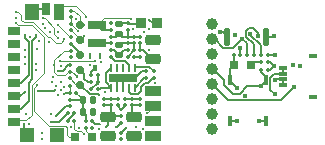
<source format=gbr>
%TF.GenerationSoftware,KiCad,Pcbnew,(7.0.0)*%
%TF.CreationDate,2023-08-10T15:11:27-07:00*%
%TF.ProjectId,Miniscope-v4-Wire-Free,4d696e69-7363-46f7-9065-2d76342d5769,rev?*%
%TF.SameCoordinates,Original*%
%TF.FileFunction,Copper,L1,Top*%
%TF.FilePolarity,Positive*%
%FSLAX46Y46*%
G04 Gerber Fmt 4.6, Leading zero omitted, Abs format (unit mm)*
G04 Created by KiCad (PCBNEW (7.0.0)) date 2023-08-10 15:11:27*
%MOMM*%
%LPD*%
G01*
G04 APERTURE LIST*
G04 Aperture macros list*
%AMRoundRect*
0 Rectangle with rounded corners*
0 $1 Rounding radius*
0 $2 $3 $4 $5 $6 $7 $8 $9 X,Y pos of 4 corners*
0 Add a 4 corners polygon primitive as box body*
4,1,4,$2,$3,$4,$5,$6,$7,$8,$9,$2,$3,0*
0 Add four circle primitives for the rounded corners*
1,1,$1+$1,$2,$3*
1,1,$1+$1,$4,$5*
1,1,$1+$1,$6,$7*
1,1,$1+$1,$8,$9*
0 Add four rect primitives between the rounded corners*
20,1,$1+$1,$2,$3,$4,$5,0*
20,1,$1+$1,$4,$5,$6,$7,0*
20,1,$1+$1,$6,$7,$8,$9,0*
20,1,$1+$1,$8,$9,$2,$3,0*%
G04 Aperture macros list end*
%TA.AperFunction,SMDPad,CuDef*%
%ADD10R,1.200000X1.150000*%
%TD*%
%TA.AperFunction,SMDPad,CuDef*%
%ADD11R,1.200000X1.450000*%
%TD*%
%TA.AperFunction,SMDPad,CuDef*%
%ADD12R,0.700000X1.000000*%
%TD*%
%TA.AperFunction,SMDPad,CuDef*%
%ADD13R,0.900000X1.400000*%
%TD*%
%TA.AperFunction,SMDPad,CuDef*%
%ADD14R,1.000000X0.700000*%
%TD*%
%TA.AperFunction,SMDPad,CuDef*%
%ADD15R,1.320800X0.812800*%
%TD*%
%TA.AperFunction,SMDPad,CuDef*%
%ADD16RoundRect,0.145000X0.145000X0.170000X-0.145000X0.170000X-0.145000X-0.170000X0.145000X-0.170000X0*%
%TD*%
%TA.AperFunction,SMDPad,CuDef*%
%ADD17RoundRect,0.077500X0.092500X-0.077500X0.092500X0.077500X-0.092500X0.077500X-0.092500X-0.077500X0*%
%TD*%
%TA.AperFunction,SMDPad,CuDef*%
%ADD18RoundRect,0.077500X-0.077500X-0.092500X0.077500X-0.092500X0.077500X0.092500X-0.077500X0.092500X0*%
%TD*%
%TA.AperFunction,SMDPad,CuDef*%
%ADD19RoundRect,0.077500X-0.092500X0.077500X-0.092500X-0.077500X0.092500X-0.077500X0.092500X0.077500X0*%
%TD*%
%TA.AperFunction,SMDPad,CuDef*%
%ADD20RoundRect,0.077500X0.077500X0.092500X-0.077500X0.092500X-0.077500X-0.092500X0.077500X-0.092500X0*%
%TD*%
%TA.AperFunction,SMDPad,CuDef*%
%ADD21RoundRect,0.232500X0.427500X-0.232500X0.427500X0.232500X-0.427500X0.232500X-0.427500X-0.232500X0*%
%TD*%
%TA.AperFunction,SMDPad,CuDef*%
%ADD22RoundRect,0.145000X-0.170000X0.145000X-0.170000X-0.145000X0.170000X-0.145000X0.170000X0.145000X0*%
%TD*%
%TA.AperFunction,SMDPad,CuDef*%
%ADD23RoundRect,0.222500X0.222500X0.237500X-0.222500X0.237500X-0.222500X-0.237500X0.222500X-0.237500X0*%
%TD*%
%TA.AperFunction,SMDPad,CuDef*%
%ADD24R,1.500000X0.800000*%
%TD*%
%TA.AperFunction,SMDPad,CuDef*%
%ADD25R,0.270000X0.640000*%
%TD*%
%TA.AperFunction,SMDPad,CuDef*%
%ADD26R,2.390000X0.640000*%
%TD*%
%TA.AperFunction,SMDPad,CuDef*%
%ADD27R,0.210000X0.490000*%
%TD*%
%TA.AperFunction,SMDPad,CuDef*%
%ADD28R,0.300000X0.490000*%
%TD*%
%TA.AperFunction,SMDPad,CuDef*%
%ADD29C,0.700000*%
%TD*%
%TA.AperFunction,ComponentPad*%
%ADD30C,1.000000*%
%TD*%
%TA.AperFunction,SMDPad,CuDef*%
%ADD31R,0.800000X0.300000*%
%TD*%
%TA.AperFunction,SMDPad,CuDef*%
%ADD32R,0.800000X0.400000*%
%TD*%
%TA.AperFunction,SMDPad,CuDef*%
%ADD33R,0.370000X0.810000*%
%TD*%
%TA.AperFunction,SMDPad,CuDef*%
%ADD34RoundRect,0.137500X0.137500X0.612500X-0.137500X0.612500X-0.137500X-0.612500X0.137500X-0.612500X0*%
%TD*%
%TA.AperFunction,SMDPad,CuDef*%
%ADD35R,0.800000X0.800000*%
%TD*%
%TA.AperFunction,SMDPad,CuDef*%
%ADD36R,0.770000X0.710000*%
%TD*%
%TA.AperFunction,ViaPad*%
%ADD37C,0.304800*%
%TD*%
%TA.AperFunction,ViaPad*%
%ADD38C,0.400000*%
%TD*%
%TA.AperFunction,ViaPad*%
%ADD39C,0.254000*%
%TD*%
%TA.AperFunction,Conductor*%
%ADD40C,0.152400*%
%TD*%
%TA.AperFunction,Conductor*%
%ADD41C,0.101600*%
%TD*%
%TA.AperFunction,Conductor*%
%ADD42C,0.076200*%
%TD*%
%TA.AperFunction,Conductor*%
%ADD43C,0.203200*%
%TD*%
G04 APERTURE END LIST*
D10*
%TO.P,J1,G1,GND*%
%TO.N,GND*%
X81299999Y-69424999D03*
%TO.P,J1,G2,GND*%
X83889999Y-69424999D03*
D11*
%TO.P,J1,G3,GND*%
X81739999Y-59024999D03*
D12*
%TO.P,J1,G4,POL*%
X82889999Y-58799999D03*
D13*
%TO.P,J1,G5,DET*%
%TO.N,/SD_DET*%
X84039999Y-58999999D03*
D14*
%TO.P,J1,P1,DAT2*%
%TO.N,/SD_DAT2*%
X80249999Y-60649999D03*
%TO.P,J1,P2,CD/DAT3*%
%TO.N,/SD_DAT3*%
X80249999Y-61749999D03*
%TO.P,J1,P3,CMD*%
%TO.N,/SD_CMD*%
X80249999Y-62849999D03*
%TO.P,J1,P4,VDD*%
%TO.N,+3V3*%
X80249999Y-63949999D03*
%TO.P,J1,P5,CLK*%
%TO.N,/SD_CLK*%
X80249999Y-65049999D03*
%TO.P,J1,P6,VSS*%
%TO.N,GND*%
X80249999Y-66149999D03*
%TO.P,J1,P7,DAT0*%
%TO.N,/SD_DAT0*%
X80249999Y-67249999D03*
%TO.P,J1,P8,DAT1*%
%TO.N,/SD_DAT1*%
X80249999Y-68349999D03*
%TD*%
D15*
%TO.P,J2,4,Pin_4*%
%TO.N,/USB_VBUS*%
X91972999Y-65766899D03*
%TO.P,J2,3,Pin_3*%
%TO.N,/UART_TX*%
X91972999Y-67036899D03*
%TO.P,J2,2,Pin_2*%
%TO.N,/UART_RX*%
X91972999Y-68306899D03*
%TO.P,J2,1,Pin_1*%
%TO.N,GND*%
X91972999Y-69576899D03*
%TD*%
D16*
%TO.P,C2,1*%
%TO.N,VDC*%
X86933200Y-67468000D03*
%TO.P,C2,2*%
%TO.N,GND*%
X86043200Y-67468000D03*
%TD*%
D17*
%TO.P,C3,1*%
%TO.N,+1V8*%
X87807400Y-66918200D03*
%TO.P,C3,2*%
%TO.N,Net-(U1-FB1)*%
X87807400Y-66368200D03*
%TD*%
%TO.P,C4,1*%
%TO.N,+3V3*%
X90857000Y-66917500D03*
%TO.P,C4,2*%
%TO.N,Net-(U1-FB2)*%
X90857000Y-66367500D03*
%TD*%
%TO.P,C5,1*%
%TO.N,VDC*%
X89307600Y-69800400D03*
%TO.P,C5,2*%
%TO.N,GND*%
X89307600Y-69250400D03*
%TD*%
D18*
%TO.P,C12,1*%
%TO.N,+3V3*%
X98807800Y-62671200D03*
%TO.P,C12,2*%
%TO.N,GND*%
X99357800Y-62671200D03*
%TD*%
D17*
%TO.P,C13,1*%
%TO.N,+3V3*%
X91424700Y-64614800D03*
%TO.P,C13,2*%
%TO.N,GND*%
X91424700Y-64064800D03*
%TD*%
%TO.P,C17,1*%
%TO.N,Net-(U3-eCPO)*%
X88418600Y-62840800D03*
%TO.P,C17,2*%
%TO.N,GND*%
X88418600Y-62290800D03*
%TD*%
%TO.P,C42,1*%
%TO.N,/VDD_PIX*%
X84950000Y-64105000D03*
%TO.P,C42,2*%
%TO.N,GND*%
X84950000Y-63555000D03*
%TD*%
D18*
%TO.P,C43,1*%
%TO.N,+1V8*%
X84960000Y-65870000D03*
%TO.P,C43,2*%
%TO.N,GND*%
X85510000Y-65870000D03*
%TD*%
D19*
%TO.P,C45,1*%
%TO.N,/VDD_PIX*%
X85038800Y-62316200D03*
%TO.P,C45,2*%
%TO.N,GND*%
X85038800Y-62866200D03*
%TD*%
D17*
%TO.P,C46,1*%
%TO.N,+1V8*%
X85013400Y-61723200D03*
%TO.P,C46,2*%
%TO.N,GND*%
X85013400Y-61173200D03*
%TD*%
%TO.P,C47,1*%
%TO.N,+3V3*%
X84962600Y-67006400D03*
%TO.P,C47,2*%
%TO.N,GND*%
X84962600Y-66456400D03*
%TD*%
D20*
%TO.P,R1,1*%
%TO.N,Net-(U1-PROG)*%
X86861000Y-68230000D03*
%TO.P,R1,2*%
%TO.N,GND*%
X86311000Y-68230000D03*
%TD*%
D18*
%TO.P,R2,1*%
%TO.N,Net-(D2-A)*%
X86311000Y-68843400D03*
%TO.P,R2,2*%
%TO.N,VDC*%
X86861000Y-68843400D03*
%TD*%
D17*
%TO.P,R3,1*%
%TO.N,+1V8*%
X88418600Y-66917500D03*
%TO.P,R3,2*%
%TO.N,Net-(U1-FB1)*%
X88418600Y-66367500D03*
%TD*%
%TO.P,R5,1*%
%TO.N,GND*%
X89026600Y-66917500D03*
%TO.P,R5,2*%
%TO.N,Net-(U1-FB1)*%
X89026600Y-66367500D03*
%TD*%
%TO.P,R6,1*%
%TO.N,GND*%
X89637800Y-66917500D03*
%TO.P,R6,2*%
%TO.N,Net-(U1-FB2)*%
X89637800Y-66367500D03*
%TD*%
D20*
%TO.P,R7,1*%
%TO.N,+1V8*%
X101699000Y-62671200D03*
%TO.P,R7,2*%
%TO.N,/I2C_BB_SDA*%
X101149000Y-62671200D03*
%TD*%
D21*
%TO.P,L2,1*%
%TO.N,Net-(U1-SW2)*%
X90374400Y-69532600D03*
%TO.P,L2,2*%
%TO.N,+3V3*%
X90374400Y-67892600D03*
%TD*%
D17*
%TO.P,C18,1*%
%TO.N,/XIN32*%
X88418600Y-61702200D03*
%TO.P,C18,2*%
%TO.N,GND*%
X88418600Y-61152200D03*
%TD*%
%TO.P,C23,1*%
%TO.N,/VDDCORE*%
X90907800Y-61697800D03*
%TO.P,C23,2*%
%TO.N,GND*%
X90907800Y-61147800D03*
%TD*%
D19*
%TO.P,C29,1*%
%TO.N,/VDDCORE*%
X90907800Y-62290800D03*
%TO.P,C29,2*%
%TO.N,GND*%
X90907800Y-62840800D03*
%TD*%
D17*
%TO.P,C19,1*%
%TO.N,+1V8*%
X90374400Y-61697800D03*
%TO.P,C19,2*%
%TO.N,GND*%
X90374400Y-61147800D03*
%TD*%
%TO.P,C22,1*%
%TO.N,+1V8*%
X89841000Y-62840800D03*
%TO.P,C22,2*%
%TO.N,GND*%
X89841000Y-62290800D03*
%TD*%
D19*
%TO.P,C25,1*%
%TO.N,+1V8*%
X90374400Y-62290800D03*
%TO.P,C25,2*%
%TO.N,GND*%
X90374400Y-62840800D03*
%TD*%
D22*
%TO.P,C26,1*%
%TO.N,/VDDA*%
X89129800Y-60025800D03*
%TO.P,C26,2*%
%TO.N,GND*%
X89129800Y-60915800D03*
%TD*%
D17*
%TO.P,C28,1*%
%TO.N,+1V8*%
X89841000Y-61697800D03*
%TO.P,C28,2*%
%TO.N,GND*%
X89841000Y-61147800D03*
%TD*%
D22*
%TO.P,C35,1*%
%TO.N,+1V8*%
X89129800Y-61816000D03*
%TO.P,C35,2*%
%TO.N,GND*%
X89129800Y-62706000D03*
%TD*%
D23*
%TO.P,L3,1*%
%TO.N,+1V8*%
X92293400Y-59988400D03*
%TO.P,L3,2*%
%TO.N,/VDDA*%
X90963400Y-59988400D03*
%TD*%
D17*
%TO.P,R11,1*%
%TO.N,+1V8*%
X85013400Y-59460760D03*
%TO.P,R11,2*%
%TO.N,/SWCLK*%
X85013400Y-58910760D03*
%TD*%
D19*
%TO.P,R12,1*%
%TO.N,+1V8*%
X85008320Y-60043600D03*
%TO.P,R12,2*%
%TO.N,/SWDIO*%
X85008320Y-60593600D03*
%TD*%
D20*
%TO.P,R13,1*%
%TO.N,/BAT+*%
X85337000Y-68230000D03*
%TO.P,R13,2*%
%TO.N,/ADC0*%
X84787000Y-68230000D03*
%TD*%
%TO.P,R14,1*%
%TO.N,/ADC0*%
X85340800Y-67620400D03*
%TO.P,R14,2*%
%TO.N,GND*%
X84790800Y-67620400D03*
%TD*%
D24*
%TO.P,Y2,1,1*%
%TO.N,/XIN32*%
X87250199Y-61664799D03*
%TO.P,Y2,2,2*%
%TO.N,/XOUT32*%
X87250199Y-60164799D03*
%TD*%
D21*
%TO.P,L5,1*%
%TO.N,/VDDCORE*%
X91988240Y-63028360D03*
%TO.P,L5,2*%
%TO.N,Net-(U6B-VSW)*%
X91988240Y-61388360D03*
%TD*%
D17*
%TO.P,C20,1*%
%TO.N,/XOUT32*%
X88418600Y-60559200D03*
%TO.P,C20,2*%
%TO.N,GND*%
X88418600Y-60009200D03*
%TD*%
D16*
%TO.P,C1,1*%
%TO.N,/USB_VBUS*%
X86933200Y-66502800D03*
%TO.P,C1,2*%
%TO.N,GND*%
X86043200Y-66502800D03*
%TD*%
D17*
%TO.P,R4,1*%
%TO.N,+3V3*%
X90247400Y-66917500D03*
%TO.P,R4,2*%
%TO.N,Net-(U1-FB2)*%
X90247400Y-66367500D03*
%TD*%
D25*
%TO.P,U3,1,CP*%
%TO.N,Net-(U3-CP)*%
X90434599Y-63757799D03*
%TO.P,U3,2,eCPO*%
%TO.N,Net-(U3-eCPO)*%
X89934599Y-63757799D03*
%TO.P,U3,3,I_LED*%
%TO.N,/I_LED*%
X89434599Y-63757799D03*
%TO.P,U3,4,ENT*%
%TO.N,/ENT*%
X88934599Y-63757799D03*
%TO.P,U3,5,I_SETT*%
%TO.N,/I_SET*%
X88434599Y-63757799D03*
%TO.P,U3,6,I_SETF*%
X88434599Y-65437799D03*
%TO.P,U3,7,ENF*%
%TO.N,GND*%
X88934599Y-65437799D03*
%TO.P,U3,8,GND*%
X89434599Y-65437799D03*
%TO.P,U3,9,CM*%
%TO.N,Net-(U3-CM)*%
X89934599Y-65437799D03*
%TO.P,U3,10,VIN*%
%TO.N,+3V3*%
X90434599Y-65437799D03*
D26*
%TO.P,U3,11,GND*%
%TO.N,GND*%
X89434599Y-64597799D03*
%TD*%
D27*
%TO.P,Q1,1,G*%
%TO.N,/LED_PWM*%
X87472399Y-62746599D03*
%TO.P,Q1,2,S*%
%TO.N,GND*%
X86672399Y-62746599D03*
D28*
%TO.P,Q1,3,D*%
%TO.N,Net-(Q1-D)*%
X87072399Y-63756599D03*
%TD*%
D20*
%TO.P,C14,1*%
%TO.N,Net-(C14-Pad1)*%
X87305500Y-65000200D03*
%TO.P,C14,2*%
%TO.N,GND*%
X86755500Y-65000200D03*
%TD*%
%TO.P,R10,1*%
%TO.N,/I_SET*%
X87318200Y-65584400D03*
%TO.P,R10,2*%
%TO.N,Net-(C14-Pad1)*%
X86768200Y-65584400D03*
%TD*%
%TO.P,R9,1*%
%TO.N,Net-(C14-Pad1)*%
X87305500Y-64403300D03*
%TO.P,R9,2*%
%TO.N,Net-(Q1-D)*%
X86755500Y-64403300D03*
%TD*%
D21*
%TO.P,L1,1*%
%TO.N,Net-(U1-SW1)*%
X88215400Y-69532600D03*
%TO.P,L1,2*%
%TO.N,+1V8*%
X88215400Y-67892600D03*
%TD*%
D29*
%TO.P,J5,1,Pin_1*%
%TO.N,GND*%
X85828800Y-63911800D03*
%TD*%
%TO.P,J7,1,Pin_1*%
%TO.N,/SWCLK*%
X85828800Y-60101800D03*
%TD*%
%TO.P,J6,1,Pin_1*%
%TO.N,+1V8*%
X85828800Y-62641800D03*
%TD*%
%TO.P,J8,1,Pin_1*%
%TO.N,/nRESET*%
X85828800Y-65181800D03*
%TD*%
%TO.P,J4,1,Pin_1*%
%TO.N,/SWDIO*%
X85828800Y-61371800D03*
%TD*%
D30*
%TO.P,J21,1,Pin_1*%
%TO.N,+3V3*%
X97000000Y-60055000D03*
%TD*%
%TO.P,J22,1,Pin_1*%
%TO.N,/I2C_BB_SCL*%
X97000000Y-61325000D03*
%TD*%
%TO.P,J24,1,Pin_1*%
%TO.N,/IR_REC*%
X97000000Y-63865000D03*
%TD*%
%TO.P,J25,1,Pin_1*%
%TO.N,/I_LED*%
X97000000Y-65135000D03*
%TD*%
%TO.P,J26,1,Pin_1*%
%TO.N,+1V8*%
X97000000Y-66405000D03*
%TD*%
%TO.P,J27,1,Pin_1*%
%TO.N,/nON*%
X97000000Y-67675000D03*
%TD*%
D20*
%TO.P,R8,1*%
%TO.N,+1V8*%
X100500800Y-62671200D03*
%TO.P,R8,2*%
%TO.N,/I2C_BB_SCL*%
X99950800Y-62671200D03*
%TD*%
D30*
%TO.P,J23,1,Pin_1*%
%TO.N,/I2C_BB_SDA*%
X97000000Y-62595000D03*
%TD*%
D31*
%TO.P,J3,1,Pin_1*%
%TO.N,/EWL_2*%
X102999999Y-65249999D03*
%TO.P,J3,2,Pin_2*%
X102999999Y-64749999D03*
%TO.P,J3,3,Pin_3*%
%TO.N,/EWL_1*%
X102999999Y-64249999D03*
%TO.P,J3,4,Pin_4*%
X102999999Y-63749999D03*
D32*
%TO.P,J3,NA*%
%TO.N,N/C*%
X105499999Y-66249999D03*
X105499999Y-62749999D03*
%TD*%
D33*
%TO.P,U5,1,OUT*%
%TO.N,/IR_REC*%
X101547999Y-64796999D03*
%TO.P,U5,5,Vs*%
%TO.N,+3V3*%
X98547999Y-64796999D03*
%TO.P,U5,6,GND*%
%TO.N,GND*%
X98547999Y-68266999D03*
%TO.P,U5,8,GND*%
X101547999Y-68266999D03*
%TD*%
D18*
%TO.P,R15,1*%
%TO.N,/IR_REC*%
X101144600Y-63915800D03*
%TO.P,R15,2*%
%TO.N,GND*%
X101694600Y-63915800D03*
%TD*%
D30*
%TO.P,J12,1,Pin_1*%
%TO.N,GND*%
X97000000Y-68945000D03*
%TD*%
D20*
%TO.P,R18,1*%
%TO.N,GND*%
X101694600Y-63300000D03*
%TO.P,R18,2*%
%TO.N,Net-(D3-K)*%
X101144600Y-63300000D03*
%TD*%
D34*
%TO.P,SW1,1,1*%
%TO.N,GND*%
X101546000Y-61121800D03*
%TO.P,SW1,2,2*%
%TO.N,/nON*%
X98296000Y-61121800D03*
%TD*%
D35*
%TO.P,D3,1,K*%
%TO.N,Net-(D3-K)*%
X100269999Y-63560199D03*
%TO.P,D3,2,A*%
%TO.N,+3V3*%
X98809999Y-63560199D03*
%TD*%
D36*
%TO.P,D2,2,A*%
%TO.N,Net-(D2-A)*%
X86858799Y-69648399D03*
%TO.P,D2,1,K*%
%TO.N,Net-(D2-K)*%
X85398799Y-69648399D03*
%TD*%
D19*
%TO.P,C24,1*%
%TO.N,/VDDA*%
X89841000Y-60000400D03*
%TO.P,C24,2*%
%TO.N,GND*%
X89841000Y-60550400D03*
%TD*%
%TO.P,C15,1*%
%TO.N,Net-(U3-CP)*%
X92047000Y-64064800D03*
%TO.P,C15,2*%
%TO.N,Net-(U3-CM)*%
X92047000Y-64614800D03*
%TD*%
D17*
%TO.P,R20,1*%
%TO.N,/nCHRG*%
X89303800Y-68424800D03*
%TO.P,R20,2*%
%TO.N,+1V8*%
X89303800Y-67874800D03*
%TD*%
%TO.P,R22,1*%
%TO.N,+1V8*%
X84960000Y-65290000D03*
%TO.P,R22,2*%
%TO.N,/nRESET*%
X84960000Y-64650000D03*
%TD*%
D37*
%TO.N,Net-(U1-FB1)*%
X87808100Y-66367500D03*
%TO.N,Net-(U1-FB2)*%
X90857000Y-66367500D03*
%TO.N,Net-(D2-K)*%
X82191800Y-65254200D03*
%TO.N,Net-(U1-SW1)*%
X87945402Y-69462600D03*
%TO.N,Net-(U1-SW2)*%
X90614100Y-69513400D03*
%TO.N,Net-(U6B-VSW)*%
X91615200Y-61410790D03*
%TO.N,Net-(U1-PROG)*%
X87449600Y-68480000D03*
%TO.N,GND*%
X81051000Y-68497400D03*
X83349700Y-68357700D03*
X85474133Y-59612893D03*
X81114500Y-65779600D03*
X92060200Y-69335600D03*
D38*
X99140000Y-68270000D03*
X102200000Y-63590000D03*
D37*
X83957611Y-64010396D03*
D38*
X103820000Y-63550000D03*
X100980000Y-68300000D03*
D39*
X89850400Y-62299800D03*
D37*
X83210000Y-61537800D03*
D38*
X102210000Y-61070000D03*
X99819400Y-66125600D03*
D37*
X81571700Y-61131400D03*
D39*
X86672400Y-62754000D03*
D37*
X83556203Y-64504598D03*
D39*
X89698000Y-68853000D03*
D37*
X86446800Y-64941400D03*
X83932200Y-66033600D03*
D38*
X99370000Y-62120000D03*
X104410000Y-63580000D03*
D37*
X86131000Y-67544900D03*
X82625800Y-69275800D03*
X85032200Y-68810200D03*
D39*
X85049800Y-62858600D03*
D37*
X82090200Y-63476200D03*
X91615200Y-69707000D03*
X83946500Y-60170600D03*
D39*
X90907800Y-62840800D03*
D37*
X88417000Y-59963000D03*
X83819600Y-69551500D03*
X81889200Y-58464400D03*
X85722400Y-68835600D03*
X81127200Y-62274400D03*
D39*
X89129800Y-60915800D03*
D37*
X89318700Y-67316300D03*
X90282200Y-64535000D03*
X82079700Y-63988900D03*
%TO.N,/SD_DAT2*%
X79844500Y-60890100D03*
%TO.N,/SD_DAT3*%
X80187400Y-61741000D03*
%TO.N,/SD_DAT0*%
X82067000Y-61017100D03*
%TO.N,/SD_CMD*%
X79971500Y-62769700D03*
%TO.N,/SD_CLK*%
X81130607Y-61000993D03*
%TO.N,/SD_DAT1*%
X80352500Y-59937600D03*
D39*
%TO.N,/USB_VBUS*%
X91983500Y-65774900D03*
D37*
X86933200Y-66502800D03*
%TO.N,/SWCLK*%
X86154200Y-60123400D03*
%TO.N,/SWDIO*%
X86116600Y-61029800D03*
%TO.N,+1V8*%
X91676198Y-62223610D03*
D38*
X100860800Y-61045600D03*
D37*
X81508200Y-68522800D03*
X81114500Y-63447200D03*
X82706100Y-60017900D03*
X91676174Y-59683600D03*
X84465600Y-66006475D03*
X84160800Y-63595200D03*
X88021597Y-68785053D03*
X82143200Y-62210900D03*
D39*
X90374400Y-61697800D03*
X85828800Y-62641800D03*
D37*
X91145275Y-68904400D03*
D38*
X102350000Y-62640000D03*
D37*
X85664425Y-60683005D03*
X87920000Y-65805000D03*
%TO.N,/SPI1_MOSI*%
X83451300Y-64966800D03*
%TO.N,/SPI1_MISO*%
X83787717Y-65298375D03*
%TO.N,/SDMMC1_D0*%
X82884880Y-60430360D03*
%TO.N,/SDMMC1_D1*%
X83982160Y-61273640D03*
X82675813Y-59581213D03*
%TO.N,/SDMMC1_D3*%
X80365202Y-59074000D03*
X84454600Y-61359968D03*
%TO.N,/SDMMC1_CMD*%
X80377900Y-59505800D03*
%TO.N,/SDMMC1_CK*%
X82346400Y-61461600D03*
%TO.N,+3V3*%
X83946500Y-60720600D03*
X81216100Y-67684600D03*
D38*
X99133600Y-65490600D03*
D37*
X80035000Y-63950800D03*
X81114500Y-62833200D03*
X91424700Y-64644610D03*
D39*
X90434600Y-65576400D03*
X90079000Y-67913200D03*
D37*
X83792000Y-67802000D03*
X82259295Y-65741708D03*
X83311500Y-60720600D03*
D38*
X98930400Y-61020200D03*
D37*
X83652687Y-65681699D03*
D38*
%TO.N,/EWL_1*%
X102300000Y-65990000D03*
%TO.N,/EWL_2*%
X102299996Y-64770000D03*
D39*
%TO.N,/LED_PWM*%
X87472400Y-62746600D03*
D37*
X91245317Y-60771100D03*
%TO.N,VDC*%
X89307600Y-69800400D03*
X82625800Y-69830900D03*
X87043200Y-67349700D03*
D39*
X86861000Y-68843400D03*
D37*
%TO.N,/ENT*%
X90290855Y-60437692D03*
D39*
X88936000Y-63747600D03*
D37*
%TO.N,/VDD_PIX*%
X85546000Y-64489600D03*
X83627400Y-63519002D03*
%TO.N,/VDDA*%
X89129800Y-60025800D03*
%TO.N,/RESET_N*%
X84480000Y-65346075D03*
X86614267Y-63531700D03*
%TO.N,/TRIGGER0*%
X84165513Y-65676275D03*
X87550000Y-63250000D03*
%TO.N,/MONITOR0*%
X83330000Y-67690000D03*
%TO.N,/BAT+*%
X86125873Y-69346527D03*
D38*
%TO.N,/IR_REC*%
X101110000Y-65340000D03*
D37*
%TO.N,/XIN32*%
X91628400Y-60466300D03*
D39*
X88418600Y-61702200D03*
D37*
%TO.N,/XOUT32*%
X90167400Y-59640800D03*
%TO.N,/VDDCORE*%
X91589800Y-62993600D03*
%TO.N,/nRESET*%
X87437400Y-66084400D03*
%TO.N,/CLK1_OUT*%
X84150000Y-63150000D03*
X87058100Y-63224392D03*
%TO.N,/ADC0*%
X90536200Y-68776800D03*
D39*
X85340800Y-67650200D03*
D37*
%TO.N,/PCC_DATA7*%
X84175200Y-65002360D03*
D38*
%TO.N,/I2C_BB_SDA*%
X100238009Y-60867800D03*
%TO.N,/I2C_BB_SCL*%
X99565419Y-61285419D03*
D39*
%TO.N,/I_LED*%
X89443500Y-63730200D03*
D38*
X103900000Y-65410000D03*
D37*
X92123196Y-65025600D03*
%TO.N,/UART_RX*%
X91704600Y-68319600D03*
%TO.N,/UART_TX*%
X91441871Y-67629458D03*
%TO.N,/SD_DET*%
X86281200Y-59488402D03*
D38*
%TO.N,/nON*%
X97700000Y-60740000D03*
D37*
%TO.N,/nCHRG*%
X88872000Y-68810200D03*
X87398800Y-68962600D03*
%TD*%
D40*
%TO.N,Net-(U1-FB1)*%
X87808100Y-66367500D02*
X87807400Y-66368200D01*
X88418600Y-66367500D02*
X87808100Y-66367500D01*
X88418600Y-66367500D02*
X89026600Y-66367500D01*
X87808100Y-66367500D02*
X87808100Y-66367500D01*
%TO.N,Net-(U1-FB2)*%
X90247400Y-66367500D02*
X89637800Y-66367500D01*
X90247400Y-66367500D02*
X90857000Y-66367500D01*
%TO.N,Net-(U3-CP)*%
X91679000Y-63696800D02*
X92047000Y-64064800D01*
X90434600Y-63757800D02*
X90495600Y-63696800D01*
X90495600Y-63696800D02*
X91679000Y-63696800D01*
%TO.N,Net-(U3-CM)*%
X89934600Y-65787600D02*
X89934600Y-65437800D01*
X90992900Y-65360158D02*
X90992900Y-65754700D01*
X90137800Y-65990800D02*
X89934600Y-65787600D01*
X91591702Y-65043000D02*
X91310058Y-65043000D01*
X92047000Y-64614800D02*
X92019902Y-64614800D01*
X90756800Y-65990800D02*
X90137800Y-65990800D01*
X91310058Y-65043000D02*
X90992900Y-65360158D01*
X90992900Y-65754700D02*
X90756800Y-65990800D01*
X92019902Y-64614800D02*
X91591702Y-65043000D01*
%TO.N,Net-(U3-eCPO)*%
X89653342Y-63201500D02*
X88779300Y-63201500D01*
X89934600Y-63482758D02*
X89653342Y-63201500D01*
X89934600Y-63757800D02*
X89934600Y-63482758D01*
X88779300Y-63201500D02*
X88418600Y-62840800D01*
D41*
%TO.N,Net-(D2-K)*%
X83196573Y-68669105D02*
X81954494Y-67427026D01*
X84565305Y-68669105D02*
X83196573Y-68669105D01*
X84909600Y-69648400D02*
X85398800Y-69648400D01*
X84681000Y-68784800D02*
X84681000Y-69419800D01*
X81954494Y-65491506D02*
X82191800Y-65254200D01*
X84565305Y-68669105D02*
X84681000Y-68784800D01*
X81954494Y-67427026D02*
X81954494Y-65491506D01*
X85398800Y-69648400D02*
X85398800Y-69502600D01*
X84681000Y-69419800D02*
X84909600Y-69648400D01*
%TO.N,Net-(D2-A)*%
X86311000Y-68843400D02*
X86311000Y-69100600D01*
X86311000Y-69100600D02*
X86858800Y-69648400D01*
X86311000Y-68843400D02*
X86203800Y-68843400D01*
D40*
%TO.N,Net-(D3-K)*%
X100530200Y-63300000D02*
X100270000Y-63560200D01*
X101144600Y-63300000D02*
X100530200Y-63300000D01*
%TO.N,Net-(U1-SW1)*%
X87877400Y-69532600D02*
X87870900Y-69526100D01*
X88215400Y-69532600D02*
X87877400Y-69532600D01*
%TO.N,Net-(Q1-D)*%
X86745000Y-64458800D02*
X86745000Y-64084000D01*
X86745000Y-64084000D02*
X87072400Y-63756600D01*
%TO.N,Net-(U1-PROG)*%
X87111000Y-68480000D02*
X86861000Y-68230000D01*
X87462300Y-68480000D02*
X87111000Y-68480000D01*
%TO.N,GND*%
X81051000Y-69176000D02*
X81051000Y-68497400D01*
D41*
X85013400Y-61173200D02*
X84949100Y-61173200D01*
D40*
X89841000Y-62290800D02*
X89841400Y-62290800D01*
X99357800Y-62671200D02*
X99357800Y-62132200D01*
X84962600Y-66456400D02*
X85996800Y-66456400D01*
X101548000Y-68267000D02*
X101013000Y-68267000D01*
X81300000Y-69425000D02*
X81051000Y-69176000D01*
X101874200Y-63915800D02*
X102200000Y-63590000D01*
X84053500Y-68357700D02*
X83349700Y-68357700D01*
X86755500Y-65000200D02*
X86755500Y-64996100D01*
D42*
X85510000Y-65870000D02*
X86043200Y-66403200D01*
D40*
X86311000Y-67735800D02*
X86043200Y-67468000D01*
X99357800Y-62132200D02*
X99370000Y-62120000D01*
X84369604Y-64010396D02*
X84825000Y-63555000D01*
X80744100Y-66150000D02*
X81114500Y-65779600D01*
X90374600Y-64597800D02*
X90434100Y-64657300D01*
X85038800Y-62866200D02*
X85042200Y-62866200D01*
X89637800Y-66917500D02*
X89637800Y-66997200D01*
X86672400Y-62754000D02*
X86675400Y-62757000D01*
X89841000Y-61147800D02*
X89841000Y-60550400D01*
X89434600Y-65437800D02*
X89434600Y-64597800D01*
X91026600Y-64064800D02*
X90434100Y-64657300D01*
X89291600Y-69259400D02*
X89698000Y-68853000D01*
D41*
X86755500Y-65000200D02*
X86505600Y-65000200D01*
X89307600Y-69250400D02*
X89300600Y-69250400D01*
D40*
X88893400Y-61152200D02*
X89129800Y-60915800D01*
X86311000Y-68230000D02*
X86311000Y-67735800D01*
X84790800Y-67620400D02*
X84053500Y-68357700D01*
X81965000Y-58800000D02*
X81740000Y-59025000D01*
D42*
X86043200Y-66403200D02*
X86043200Y-66502800D01*
D40*
X82890000Y-58800000D02*
X81965000Y-58800000D01*
X80250000Y-66150000D02*
X80744100Y-66150000D01*
X85828800Y-63911800D02*
X86178799Y-64261799D01*
X101546000Y-61121800D02*
X102158200Y-61121800D01*
D41*
X86672400Y-62746600D02*
X86672400Y-62754000D01*
D40*
X88418600Y-62290800D02*
X88714600Y-62290800D01*
X89434600Y-64597800D02*
X90374600Y-64597800D01*
X85773400Y-63967200D02*
X85828800Y-63911800D01*
X84825000Y-63555000D02*
X84950000Y-63555000D01*
X88714600Y-62290800D02*
X89129800Y-62706000D01*
X98548000Y-68267000D02*
X99137000Y-68267000D01*
X86755500Y-64996100D02*
X86751600Y-64992200D01*
X89128900Y-64597800D02*
X89434600Y-64597800D01*
X101013000Y-68267000D02*
X100980000Y-68300000D01*
X88934600Y-65437800D02*
X88934600Y-64792100D01*
X85042200Y-62866200D02*
X85049800Y-62858600D01*
X90374400Y-62840800D02*
X90907800Y-62840800D01*
X89637800Y-66997200D02*
X89318700Y-67316300D01*
X89545000Y-62290800D02*
X89129800Y-62706000D01*
X84000807Y-63967200D02*
X83957611Y-64010396D01*
D41*
X84949100Y-61173200D02*
X83946500Y-60170600D01*
D40*
X89841000Y-61147800D02*
X89361800Y-61147800D01*
X91424700Y-64064800D02*
X91026600Y-64064800D01*
X99137000Y-68267000D02*
X99140000Y-68270000D01*
X86178799Y-64261799D02*
X86178799Y-64673399D01*
X88418600Y-61152200D02*
X88893400Y-61152200D01*
X86178799Y-64673399D02*
X86446800Y-64941400D01*
X89841400Y-62290800D02*
X89850400Y-62299800D01*
X101694600Y-63300000D02*
X101910000Y-63300000D01*
X101910000Y-63300000D02*
X102200000Y-63590000D01*
D41*
X86505600Y-65000200D02*
X86446800Y-64941400D01*
D40*
X85996800Y-66456400D02*
X86043200Y-66502800D01*
X102158200Y-61121800D02*
X102210000Y-61070000D01*
X90374400Y-61147800D02*
X89841000Y-61147800D01*
X101694600Y-63915800D02*
X101874200Y-63915800D01*
X83957611Y-64010396D02*
X84369604Y-64010396D01*
D41*
X89300600Y-69250400D02*
X89291600Y-69259400D01*
D40*
X90907800Y-61147800D02*
X90374400Y-61147800D01*
X89841000Y-62290800D02*
X89545000Y-62290800D01*
X89361800Y-61147800D02*
X89129800Y-60915800D01*
X86043200Y-66502800D02*
X86043200Y-67468000D01*
X88934600Y-64792100D02*
X89128900Y-64597800D01*
X89026600Y-66917500D02*
X89026600Y-67024200D01*
X89026600Y-67024200D02*
X89318700Y-67316300D01*
%TO.N,/SD_DAT0*%
X81736810Y-64734926D02*
X81455189Y-65016547D01*
X81455189Y-65016547D02*
X81455189Y-66592911D01*
X82067000Y-61017100D02*
X82067000Y-61193200D01*
X80798100Y-67250000D02*
X80250000Y-67250000D01*
X81736810Y-61523390D02*
X81736810Y-64734926D01*
X81455189Y-66592911D02*
X80798100Y-67250000D01*
X82067000Y-61193200D02*
X81736810Y-61523390D01*
%TO.N,/SD_CLK*%
X81482800Y-64393600D02*
X80826400Y-65050000D01*
X81130607Y-61200007D02*
X81482800Y-61552200D01*
X81130607Y-61000993D02*
X81130607Y-61200007D01*
X81482800Y-61552200D02*
X81482800Y-64393600D01*
X80826400Y-65050000D02*
X80250000Y-65050000D01*
%TO.N,/SD_DAT1*%
X80631900Y-68116400D02*
X80403300Y-68345000D01*
D41*
X81722400Y-65208100D02*
X81722400Y-67722700D01*
X82763800Y-61156800D02*
X82763800Y-64166700D01*
X80352500Y-59937600D02*
X80543000Y-60128100D01*
X81735100Y-60128100D02*
X82763800Y-61156800D01*
X82763800Y-64166700D02*
X81722400Y-65208100D01*
X80407401Y-68192599D02*
X80250000Y-68350000D01*
X81252501Y-68192599D02*
X80407401Y-68192599D01*
X81722400Y-67722700D02*
X81252501Y-68192599D01*
X80543000Y-60128100D02*
X81735100Y-60128100D01*
D40*
%TO.N,/USB_VBUS*%
X91975500Y-65766900D02*
X91983500Y-65774900D01*
X91973000Y-65766900D02*
X91975500Y-65766900D01*
D41*
%TO.N,/SWCLK*%
X85828800Y-60101800D02*
X85828800Y-59395800D01*
X85343760Y-58910760D02*
X85013400Y-58910760D01*
X85828800Y-60101800D02*
X85828800Y-60118600D01*
X85828800Y-60118600D02*
X85824000Y-60123400D01*
X85828800Y-59395800D02*
X85343760Y-58910760D01*
%TO.N,/SWDIO*%
X85828800Y-61553109D02*
X85851600Y-61575909D01*
X85828800Y-61371800D02*
X86032900Y-61575900D01*
X85436521Y-61021801D02*
X85008320Y-60593600D01*
X85828800Y-61371800D02*
X85828800Y-61317600D01*
X85050600Y-60593600D02*
X85008320Y-60593600D01*
X85828800Y-61371800D02*
X85828800Y-61553109D01*
X85478801Y-61021801D02*
X85436521Y-61021801D01*
X85828800Y-61371800D02*
X85478801Y-61021801D01*
X86120000Y-61080600D02*
X85828800Y-61371800D01*
X85828800Y-61317600D02*
X86116600Y-61029800D01*
X86000000Y-61200600D02*
X85828800Y-61371800D01*
D40*
%TO.N,+1V8*%
X100490000Y-60420000D02*
X100080000Y-60420000D01*
D42*
X84970000Y-65860000D02*
X84960000Y-65870000D01*
D40*
X84608675Y-65863400D02*
X84465600Y-66006475D01*
X92201120Y-60008720D02*
X92001294Y-60008720D01*
X89841000Y-62840800D02*
X89841000Y-62824200D01*
X99885199Y-61115199D02*
X100500800Y-61730800D01*
D41*
X85008320Y-60043600D02*
X85025020Y-60043600D01*
D40*
X102318800Y-62671200D02*
X102350000Y-62640000D01*
X100860800Y-61045600D02*
X100860800Y-60790800D01*
X89303800Y-67874800D02*
X88233200Y-67874800D01*
X92001294Y-60008720D02*
X91676174Y-59683600D01*
X88233200Y-67874800D02*
X88215400Y-67892600D01*
X85828800Y-62538600D02*
X85013400Y-61723200D01*
D41*
X85013400Y-60038520D02*
X85008320Y-60043600D01*
D40*
X100080000Y-60420000D02*
X99885199Y-60614801D01*
X89248000Y-61697800D02*
X89129800Y-61816000D01*
X100860800Y-60790800D02*
X100490000Y-60420000D01*
X88418600Y-66917500D02*
X87808100Y-66917500D01*
X88418600Y-67689400D02*
X88215400Y-67892600D01*
X89841000Y-61697800D02*
X89248000Y-61697800D01*
D41*
X85013400Y-59460760D02*
X85013400Y-60038520D01*
D40*
X88215400Y-68591250D02*
X88021597Y-68785053D01*
D42*
X84970000Y-65330000D02*
X84970000Y-65860000D01*
D40*
X89841000Y-62824200D02*
X90374400Y-62290800D01*
X101699000Y-62671200D02*
X102318800Y-62671200D01*
X88418600Y-66917500D02*
X88418600Y-67689400D01*
X100500800Y-61730800D02*
X100500800Y-62671200D01*
X89841000Y-61697800D02*
X90374400Y-61697800D01*
X90374400Y-61697800D02*
X90374400Y-62290800D01*
X84988000Y-65863400D02*
X84608675Y-65863400D01*
X88215400Y-67892600D02*
X88215400Y-68591250D01*
X99885199Y-60614801D02*
X99885199Y-61115199D01*
D41*
X85025020Y-60043600D02*
X85664425Y-60683005D01*
D40*
X87808100Y-66917500D02*
X87807400Y-66918200D01*
X85828800Y-62641800D02*
X85828800Y-62538600D01*
D41*
%TO.N,/SDMMC1_D1*%
X83627400Y-60387787D02*
X82820826Y-59581213D01*
X82820826Y-59581213D02*
X82675813Y-59581213D01*
X83982160Y-61273640D02*
X83627400Y-60918880D01*
X83627400Y-60918880D02*
X83627400Y-60387787D01*
%TO.N,/SDMMC1_D3*%
X81871420Y-59924900D02*
X83065220Y-61118700D01*
X84175168Y-61639400D02*
X84454600Y-61359968D01*
X80580728Y-59074000D02*
X80817320Y-59310592D01*
X80817320Y-59701642D02*
X81040578Y-59924900D01*
X80817320Y-59310592D02*
X80817320Y-59701642D01*
X80365202Y-59074000D02*
X80580728Y-59074000D01*
X83779194Y-61639400D02*
X84175168Y-61639400D01*
X83258494Y-61118700D02*
X83779194Y-61639400D01*
X83065220Y-61118700D02*
X83258494Y-61118700D01*
X81040578Y-59924900D02*
X81871420Y-59924900D01*
D40*
%TO.N,+3V3*%
X91424700Y-64614800D02*
X91424700Y-64614800D01*
X90434600Y-65437800D02*
X90434600Y-65576400D01*
X84866474Y-67006400D02*
X84962600Y-67006400D01*
X84962600Y-67006400D02*
X84587600Y-67006400D01*
X90434600Y-65437800D02*
X90435200Y-65437800D01*
X84587600Y-67006400D02*
X83792000Y-67802000D01*
X98548000Y-64797000D02*
X98548000Y-63822200D01*
X90247400Y-66917500D02*
X90857000Y-66917500D01*
X91227790Y-64644610D02*
X91424700Y-64644610D01*
X82259295Y-65741708D02*
X83592678Y-65741708D01*
X98548000Y-63822200D02*
X98810000Y-63560200D01*
X98810000Y-63560200D02*
X98810000Y-62673400D01*
X83592678Y-65741708D02*
X83652687Y-65681699D01*
X90247400Y-67765600D02*
X90374400Y-67892600D01*
X90247400Y-66917500D02*
X90247400Y-67765600D01*
X90434600Y-65437800D02*
X91227790Y-64644610D01*
X98810000Y-62673400D02*
X98807800Y-62671200D01*
X98548000Y-64797000D02*
X98548000Y-64905000D01*
X98548000Y-64905000D02*
X99133600Y-65490600D01*
%TO.N,/EWL_1*%
X103000000Y-64250000D02*
X102267852Y-64250000D01*
X102267852Y-64250000D02*
X101927198Y-64590654D01*
X103000000Y-64250000D02*
X103000000Y-63750000D01*
X101927198Y-64590654D02*
X101927198Y-65617198D01*
X101927198Y-65617198D02*
X102300000Y-65990000D01*
%TO.N,/EWL_2*%
X103000000Y-64750000D02*
X102319996Y-64750000D01*
X103000000Y-64750000D02*
X103000000Y-65250000D01*
X102319996Y-64750000D02*
X102299996Y-64770000D01*
%TO.N,VDC*%
X86933200Y-67468000D02*
X86933200Y-67459700D01*
X86933200Y-67459700D02*
X87043200Y-67349700D01*
%TO.N,/ENT*%
X88934600Y-63757800D02*
X88934600Y-63749000D01*
X88934600Y-63749000D02*
X88936000Y-63747600D01*
D41*
%TO.N,/VDD_PIX*%
X84825000Y-64105000D02*
X84950000Y-64105000D01*
X84423800Y-62316200D02*
X83627400Y-63112600D01*
X84950000Y-64105000D02*
X85161400Y-64105000D01*
X85038800Y-62316200D02*
X84423800Y-62316200D01*
X83627400Y-64144727D02*
X83852673Y-64370000D01*
D40*
X85518400Y-64517200D02*
X85546000Y-64489600D01*
D41*
X85161400Y-64105000D02*
X85546000Y-64489600D01*
X83627400Y-63519002D02*
X83627400Y-64144727D01*
X84560000Y-64370000D02*
X84825000Y-64105000D01*
X83852673Y-64370000D02*
X84560000Y-64370000D01*
X83627400Y-63112600D02*
X83627400Y-63519002D01*
D40*
%TO.N,Net-(C14-Pad1)*%
X87295000Y-65081100D02*
X87307700Y-65093800D01*
X87305500Y-65000200D02*
X87305500Y-65047100D01*
X87305500Y-65047100D02*
X86768200Y-65584400D01*
X87295000Y-64458800D02*
X87295000Y-65081100D01*
%TO.N,/VDDA*%
X89879800Y-60039200D02*
X89841000Y-60000400D01*
X89155200Y-60000400D02*
X89129800Y-60025800D01*
X90840640Y-60039200D02*
X89879800Y-60039200D01*
X90871120Y-60008720D02*
X90840640Y-60039200D01*
X89841000Y-60000400D02*
X89155200Y-60000400D01*
%TO.N,/I_SET*%
X87545400Y-65437800D02*
X88434600Y-65437800D01*
X87997900Y-65001100D02*
X87997900Y-64194500D01*
X87344000Y-65639200D02*
X87545400Y-65437800D01*
X87997900Y-64194500D02*
X88434600Y-63757800D01*
X87296600Y-65639200D02*
X87344000Y-65639200D01*
X88434600Y-65437800D02*
X87997900Y-65001100D01*
D41*
%TO.N,/BAT+*%
X85337000Y-68901306D02*
X85337000Y-68230000D01*
X85919747Y-69140401D02*
X85576095Y-69140401D01*
X85576095Y-69140401D02*
X85337000Y-68901306D01*
X86125873Y-69346527D02*
X85919747Y-69140401D01*
D40*
%TO.N,/IR_REC*%
X99980000Y-65340000D02*
X99380000Y-65940000D01*
X98030000Y-64830000D02*
X97202810Y-64002810D01*
X101144600Y-64148800D02*
X101144600Y-63915800D01*
X97202810Y-64002810D02*
X97202810Y-63865000D01*
X98030000Y-65189042D02*
X98030000Y-64830000D01*
X99380000Y-65940000D02*
X98780958Y-65940000D01*
X101548000Y-64552200D02*
X101144600Y-64148800D01*
X101548000Y-64902000D02*
X101110000Y-65340000D01*
X101548000Y-64797000D02*
X101548000Y-64902000D01*
X98780958Y-65940000D02*
X98030000Y-65189042D01*
X101110000Y-65340000D02*
X99980000Y-65340000D01*
%TO.N,/XIN32*%
X88418600Y-61702200D02*
X87287600Y-61702200D01*
X87287600Y-61702200D02*
X87250200Y-61664800D01*
%TO.N,/XOUT32*%
X87644600Y-60559200D02*
X87250200Y-60164800D01*
X88418600Y-60559200D02*
X87644600Y-60559200D01*
D41*
X87537790Y-60164800D02*
X87807400Y-59895190D01*
X87250200Y-60164800D02*
X87537790Y-60164800D01*
X87250200Y-60164800D02*
X87831610Y-59583390D01*
X90109990Y-59583390D02*
X90167400Y-59640800D01*
X87831610Y-59583390D02*
X90109990Y-59583390D01*
D40*
%TO.N,/VDDCORE*%
X90907800Y-61697800D02*
X90907800Y-62290800D01*
X91136800Y-62290800D02*
X91874360Y-63028360D01*
X91874360Y-63028360D02*
X91988240Y-63028360D01*
X90907800Y-62290800D02*
X91136800Y-62290800D01*
%TO.N,/nRESET*%
X87335800Y-65982800D02*
X87437400Y-66084400D01*
D42*
X84960000Y-64650000D02*
X85491800Y-65181800D01*
X85491800Y-65181800D02*
X85828800Y-65181800D01*
D40*
X85828800Y-65181800D02*
X86629800Y-65982800D01*
X86629800Y-65982800D02*
X87335800Y-65982800D01*
D41*
%TO.N,/CLK1_OUT*%
X87033708Y-63200000D02*
X84200000Y-63200000D01*
X87058100Y-63224392D02*
X87033708Y-63200000D01*
X84200000Y-63200000D02*
X84150000Y-63150000D01*
%TO.N,/ADC0*%
X85340800Y-67620400D02*
X85340800Y-67650200D01*
D40*
X84787000Y-68204000D02*
X85340800Y-67650200D01*
X84787000Y-68230000D02*
X84787000Y-68204000D01*
%TO.N,/I2C_BB_SDA*%
X101093190Y-61864908D02*
X101093190Y-61853190D01*
X101149000Y-61920718D02*
X101093190Y-61864908D01*
X101149000Y-62671200D02*
X101149000Y-61920718D01*
X101093190Y-61853190D02*
X100238009Y-60998009D01*
X100238009Y-60998009D02*
X100238009Y-60867800D01*
%TO.N,/I2C_BB_SCL*%
X99950800Y-61670800D02*
X99565419Y-61285419D01*
X99950800Y-62671200D02*
X99950800Y-61670800D01*
X97927420Y-62049610D02*
X98801228Y-62049610D01*
X97202810Y-61325000D02*
X97927420Y-62049610D01*
X98801228Y-62049610D02*
X99565419Y-61285419D01*
D43*
%TO.N,/I_LED*%
X97228210Y-65135000D02*
X97228210Y-65363210D01*
D40*
X89434600Y-63757800D02*
X89434600Y-63739100D01*
D43*
X97228210Y-65363210D02*
X98368801Y-66503801D01*
D40*
X89434600Y-63739100D02*
X89443500Y-63730200D01*
D43*
X98368801Y-66503801D02*
X102806199Y-66503801D01*
X102806199Y-66503801D02*
X103900000Y-65410000D01*
D41*
%TO.N,/UART_RX*%
X91717300Y-68306900D02*
X91704600Y-68319600D01*
X91973000Y-68306900D02*
X91717300Y-68306900D01*
%TO.N,/UART_TX*%
X91973000Y-67098329D02*
X91441871Y-67629458D01*
X91973000Y-67036900D02*
X91973000Y-67098329D01*
%TO.N,/SD_DET*%
X84384200Y-58540600D02*
X85430800Y-58540600D01*
X84040000Y-58884800D02*
X84384200Y-58540600D01*
D40*
X84040000Y-58757800D02*
X84300000Y-58497800D01*
D41*
X86281200Y-59391000D02*
X86281200Y-59488402D01*
X84040000Y-59000000D02*
X84040000Y-58884800D01*
D40*
X84040000Y-59000000D02*
X84040000Y-58757800D01*
D41*
X85430800Y-58540600D02*
X86281200Y-59391000D01*
D43*
%TO.N,/nON*%
X97914200Y-60740000D02*
X97700000Y-60740000D01*
X98296000Y-61121800D02*
X97914200Y-60740000D01*
D40*
%TO.N,/nCHRG*%
X88872000Y-68810200D02*
X88918400Y-68810200D01*
X88918400Y-68810200D02*
X89303800Y-68424800D01*
%TD*%
M02*

</source>
